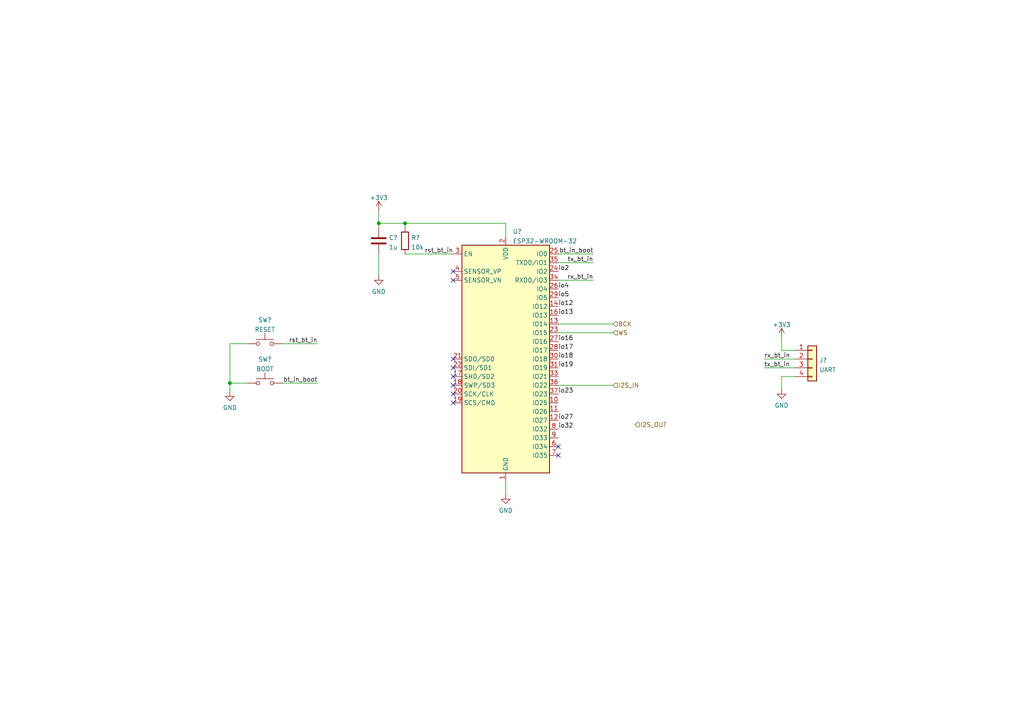
<source format=kicad_sch>
(kicad_sch (version 20211123) (generator eeschema)
  (paper "A4")
  (lib_symbols
    (symbol "Connector_Generic:Conn_01x04" (pin_names (offset 1.016) hide)
      (property "Reference" "J" (at 0 5.08 0))
      (property "Value" "Conn_01x04" (at 0 -7.62 0))
      (symbol "Conn_01x04_1_1"
        (rectangle (start -1.27 -4.953) (end 0 -5.207) (stroke (width 0.1524)))
        (rectangle (start -1.27 -2.413) (end 0 -2.667) (stroke (width 0.1524)))
        (rectangle (start -1.27 0.127) (end 0 -0.127) (stroke (width 0.1524)))
        (rectangle (start -1.27 2.667) (end 0 2.413) (stroke (width 0.1524)))
        (rectangle (start -1.27 3.81) (end 1.27 -6.35) (stroke (width 0.254)) (fill (type background)))
        (pin passive line (at -5.08 2.54 0) (length 3.81) (name "Pin_1") (number "1"))
        (pin passive line (at -5.08 0 0) (length 3.81) (name "Pin_2") (number "2"))
        (pin passive line (at -5.08 -2.54 0) (length 3.81) (name "Pin_3") (number "3"))
        (pin passive line (at -5.08 -5.08 0) (length 3.81) (name "Pin_4") (number "4"))
      )
    )
    (symbol "Device:C" (pin_numbers hide) (pin_names (offset 0.254))
      (property "Reference" "C" (at 0.635 2.54 0))
      (property "Value" "C" (at 0.635 -2.54 0))
      (symbol "C_0_1"
        (polyline (pts (xy -2.032 -0.762) (xy 2.032 -0.762)) (stroke (width 0.508)))
        (polyline (pts (xy -2.032 0.762) (xy 2.032 0.762)) (stroke (width 0.508)))
      )
      (symbol "C_1_1"
        (pin passive line (at 0 3.81 270) (length 2.794) (name "~") (number "1"))
        (pin passive line (at 0 -3.81 90) (length 2.794) (name "~") (number "2"))
      )
    )
    (symbol "Device:R" (pin_numbers hide) (pin_names (offset 0))
      (property "Reference" "R" (at 2.032 0 90))
      (property "Value" "R" (at 0 0 90))
      (symbol "R_0_1"
        (rectangle (start -1.016 -2.54) (end 1.016 2.54) (stroke (width 0.254)))
      )
      (symbol "R_1_1"
        (pin passive line (at 0 3.81 270) (length 1.27) (name "~") (number "1"))
        (pin passive line (at 0 -3.81 90) (length 1.27) (name "~") (number "2"))
      )
    )
    (symbol "RF_Module:ESP32-WROOM-32"
      (property "Reference" "U" (at -12.7 34.29 0))
      (property "Value" "ESP32-WROOM-32" (at 1.27 34.29 0))
      (symbol "ESP32-WROOM-32_0_1"
        (rectangle (start -12.7 33.02) (end 12.7 -33.02) (stroke (width 0.254)) (fill (type background)))
      )
      (symbol "ESP32-WROOM-32_1_1"
        (pin power_in line (at 0 -35.56 90) (length 2.54) (name "GND") (number "1"))
        (pin bidirectional line (at 15.24 -12.7 180) (length 2.54) (name "IO25") (number "10"))
        (pin bidirectional line (at 15.24 -15.24 180) (length 2.54) (name "IO26") (number "11"))
        (pin bidirectional line (at 15.24 -17.78 180) (length 2.54) (name "IO27") (number "12"))
        (pin bidirectional line (at 15.24 10.16 180) (length 2.54) (name "IO14") (number "13"))
        (pin bidirectional line (at 15.24 15.24 180) (length 2.54) (name "IO12") (number "14"))
        (pin passive line (at 0 -35.56 90) (length 2.54) hide (name "GND") (number "15"))
        (pin bidirectional line (at 15.24 12.7 180) (length 2.54) (name "IO13") (number "16"))
        (pin bidirectional line (at -15.24 -5.08 0) (length 2.54) (name "SHD/SD2") (number "17"))
        (pin bidirectional line (at -15.24 -7.62 0) (length 2.54) (name "SWP/SD3") (number "18"))
        (pin bidirectional line (at -15.24 -12.7 0) (length 2.54) (name "SCS/CMD") (number "19"))
        (pin power_in line (at 0 35.56 270) (length 2.54) (name "VDD") (number "2"))
        (pin bidirectional line (at -15.24 -10.16 0) (length 2.54) (name "SCK/CLK") (number "20"))
        (pin bidirectional line (at -15.24 0 0) (length 2.54) (name "SDO/SD0") (number "21"))
        (pin bidirectional line (at -15.24 -2.54 0) (length 2.54) (name "SDI/SD1") (number "22"))
        (pin bidirectional line (at 15.24 7.62 180) (length 2.54) (name "IO15") (number "23"))
        (pin bidirectional line (at 15.24 25.4 180) (length 2.54) (name "IO2") (number "24"))
        (pin bidirectional line (at 15.24 30.48 180) (length 2.54) (name "IO0") (number "25"))
        (pin bidirectional line (at 15.24 20.32 180) (length 2.54) (name "IO4") (number "26"))
        (pin bidirectional line (at 15.24 5.08 180) (length 2.54) (name "IO16") (number "27"))
        (pin bidirectional line (at 15.24 2.54 180) (length 2.54) (name "IO17") (number "28"))
        (pin bidirectional line (at 15.24 17.78 180) (length 2.54) (name "IO5") (number "29"))
        (pin input line (at -15.24 30.48 0) (length 2.54) (name "EN") (number "3"))
        (pin bidirectional line (at 15.24 0 180) (length 2.54) (name "IO18") (number "30"))
        (pin bidirectional line (at 15.24 -2.54 180) (length 2.54) (name "IO19") (number "31"))
        (pin no_connect line (at -12.7 -27.94 0) (length 2.54) hide (name "NC") (number "32"))
        (pin bidirectional line (at 15.24 -5.08 180) (length 2.54) (name "IO21") (number "33"))
        (pin bidirectional line (at 15.24 22.86 180) (length 2.54) (name "RXD0/IO3") (number "34"))
        (pin bidirectional line (at 15.24 27.94 180) (length 2.54) (name "TXD0/IO1") (number "35"))
        (pin bidirectional line (at 15.24 -7.62 180) (length 2.54) (name "IO22") (number "36"))
        (pin bidirectional line (at 15.24 -10.16 180) (length 2.54) (name "IO23") (number "37"))
        (pin passive line (at 0 -35.56 90) (length 2.54) hide (name "GND") (number "38"))
        (pin passive line (at 0 -35.56 90) (length 2.54) hide (name "GND") (number "39"))
        (pin input line (at -15.24 25.4 0) (length 2.54) (name "SENSOR_VP") (number "4"))
        (pin input line (at -15.24 22.86 0) (length 2.54) (name "SENSOR_VN") (number "5"))
        (pin input line (at 15.24 -25.4 180) (length 2.54) (name "IO34") (number "6"))
        (pin input line (at 15.24 -27.94 180) (length 2.54) (name "IO35") (number "7"))
        (pin bidirectional line (at 15.24 -20.32 180) (length 2.54) (name "IO32") (number "8"))
        (pin bidirectional line (at 15.24 -22.86 180) (length 2.54) (name "IO33") (number "9"))
      )
    )
    (symbol "Switch:SW_Push" (pin_numbers hide) (pin_names (offset 1.016) hide)
      (property "Reference" "SW" (at 1.27 2.54 0))
      (property "Value" "SW_Push" (at 0 -1.524 0))
      (symbol "SW_Push_0_1"
        (circle (center -2.032 0) (radius 0.508))
        (polyline (pts (xy 0 1.27) (xy 0 3.048)))
        (polyline (pts (xy 2.54 1.27) (xy -2.54 1.27)))
        (circle (center 2.032 0) (radius 0.508))
        (pin passive line (at -5.08 0 0) (length 2.54) (name "1") (number "1"))
        (pin passive line (at 5.08 0 180) (length 2.54) (name "2") (number "2"))
      )
    )
    (symbol "power:+3.3V" (power) (pin_names (offset 0))
      (property "Value" "+3.3V" (at 0 3.556 0))
      (symbol "+3.3V_0_1"
        (polyline (pts (xy -0.762 1.27) (xy 0 2.54)))
        (polyline (pts (xy 0 0) (xy 0 2.54)))
        (polyline (pts (xy 0 2.54) (xy 0.762 1.27)))
      )
      (symbol "+3.3V_1_1"
        (pin power_in line (at 0 0 90) (length 0) hide (name "+3V3") (number "1"))
      )
    )
    (symbol "power:GND" (power) (pin_names (offset 0))
      (property "Value" "GND" (at 0 -3.81 0))
      (symbol "GND_0_1"
        (polyline (pts (xy 0 0) (xy 0 -1.27) (xy 1.27 -1.27) (xy 0 -2.54) (xy -1.27 -1.27) (xy 0 -1.27)))
      )
      (symbol "GND_1_1"
        (pin power_in line (at 0 0 270) (length 0) hide (name "GND") (number "1"))
      )
    )
  )
  (junction (at 109.855 64.77))
  (junction (at 117.475 64.77))
  (junction (at 66.675 111.125))
  (no_connect (at 131.445 104.14))
  (no_connect (at 131.445 111.76))
  (no_connect (at 161.925 132.08))
  (no_connect (at 131.445 106.68))
  (no_connect (at 131.445 114.3))
  (no_connect (at 131.445 78.74))
  (no_connect (at 131.445 109.22))
  (no_connect (at 131.445 116.84))
  (no_connect (at 161.925 129.54))
  (no_connect (at 131.445 81.28))
  (wire (pts (xy 161.925 73.66) (xy 172.085 73.66)))
  (wire (pts (xy 161.925 81.28) (xy 172.085 81.28)))
  (wire (pts (xy 131.445 73.66) (xy 117.475 73.66)))
  (wire (pts (xy 66.675 113.665) (xy 66.675 111.125)))
  (wire (pts (xy 226.695 97.79) (xy 226.695 101.6)))
  (wire (pts (xy 66.675 111.125) (xy 66.675 99.695)))
  (wire (pts (xy 109.855 64.77) (xy 109.855 66.04)))
  (wire (pts (xy 161.925 76.2) (xy 172.085 76.2)))
  (wire (pts (xy 221.615 104.14) (xy 230.505 104.14)))
  (wire (pts (xy 117.475 64.77) (xy 117.475 66.04)))
  (wire (pts (xy 92.075 99.695) (xy 81.915 99.695)))
  (wire (pts (xy 66.675 111.125) (xy 71.755 111.125)))
  (wire (pts (xy 81.915 111.125) (xy 92.075 111.125)))
  (wire (pts (xy 177.8 96.52) (xy 161.925 96.52)))
  (wire (pts (xy 226.695 101.6) (xy 230.505 101.6)))
  (wire (pts (xy 177.8 93.98) (xy 161.925 93.98)))
  (wire (pts (xy 221.615 106.68) (xy 230.505 106.68)))
  (wire (pts (xy 177.8 111.76) (xy 161.925 111.76)))
  (wire (pts (xy 109.855 64.77) (xy 117.475 64.77)))
  (wire (pts (xy 226.695 109.22) (xy 226.695 113.03)))
  (wire (pts (xy 109.855 73.66) (xy 109.855 80.01)))
  (wire (pts (xy 146.685 139.7) (xy 146.685 143.51)))
  (wire (pts (xy 146.685 64.77) (xy 146.685 68.58)))
  (wire (pts (xy 66.675 99.695) (xy 71.755 99.695)))
  (wire (pts (xy 226.695 109.22) (xy 230.505 109.22)))
  (wire (pts (xy 109.855 60.96) (xy 109.855 64.77)))
  (wire (pts (xy 117.475 64.77) (xy 146.685 64.77)))
  (label "io16" (at 161.925 99.06 0))
  (label "tx_bt_in" (at 172.085 76.2 180))
  (label "rx_bt_in" (at 172.085 81.28 180))
  (label "io19" (at 161.925 106.68 0))
  (label "io27" (at 161.925 121.92 0))
  (label "io18" (at 161.925 104.14 0))
  (label "io4" (at 161.925 83.82 0))
  (label "bt_in_boot" (at 92.075 111.125 180))
  (label "io5" (at 161.925 86.36 0))
  (label "io32" (at 161.925 124.46 0))
  (label "tx_bt_in" (at 221.615 106.68 0))
  (label "io13" (at 161.925 91.44 0))
  (label "io2" (at 161.925 78.74 0))
  (label "io17" (at 161.925 101.6 0))
  (label "rx_bt_in" (at 221.615 104.14 0))
  (label "bt_in_boot" (at 172.085 73.66 180))
  (label "rst_bt_in" (at 131.445 73.66 180))
  (label "io12" (at 161.925 88.9 0))
  (label "rst_bt_in" (at 92.075 99.695 180))
  (label "io23" (at 161.925 114.3 0))
  (hierarchical_label "I2S_IN" (shape input) (at 177.8 111.76 0))
  (hierarchical_label "BCK" (shape input) (at 177.8 93.98 0))
  (hierarchical_label "WS" (shape input) (at 177.8 96.52 0))
  (hierarchical_label "I2S_OUT" (shape input) (at 184.15 123.19 0))
  (symbol (lib_id "power:+3.3V") (at 109.855 60.96 0) (unit 1)
    (property "Reference" "#PWR?" (effects hide))
    (property "Value" "+3.3V" (at 109.855 57.3555 0))
  )
  (symbol (lib_id "power:GND") (at 226.695 113.03 0) (unit 1)
    (property "Reference" "#PWR?" (effects hide))
    (property "Value" "GND" (at 226.695 117.5925 0))
  )
  (symbol (lib_id "Device:R") (at 117.475 69.85 180) (unit 1)
    (property "Reference" "R?" (at 119.253 68.9415 0) (effects (justify right)))
    (property "Value" "10k" (at 119.253 71.7166 0) (effects (justify right)))
    (property "Footprint" "Resistor_SMD:R_0603_1608Metric" (effects hide))
  )
  (symbol (lib_id "Device:C") (at 109.855 69.85 0) (unit 1)
    (property "Reference" "C?" (at 112.776 68.9415 0) (effects (justify left)))
    (property "Value" "1u" (at 112.776 71.7166 0) (effects (justify left)))
    (property "Footprint" "Capacitor_SMD:C_0805_2012Metric" (effects hide))
  )
  (symbol (lib_id "Connector_Generic:Conn_01x04") (at 235.585 104.14 0) (unit 1)
    (property "Reference" "J?" (at 237.617 104.5015 0) (effects (justify left)))
    (property "Value" "UART" (at 237.617 107.2766 0) (effects (justify left)))
    (property "Footprint" "Connector_PinHeader_2.54mm:PinHeader_1x04_P2.54mm_Horizontal" (effects hide))
  )
  (symbol (lib_id "Switch:SW_Push") (at 76.835 99.695 0) (unit 1)
    (property "Reference" "SW?" (at 76.835 92.8075 0))
    (property "Value" "RESET" (at 76.835 95.5826 0))
    (property "Footprint" "Button_Switch_SMD:SW_SPST_CK_RS282G05A3" (effects hide))
  )
  (symbol (lib_id "power:GND") (at 146.685 143.51 0) (unit 1)
    (property "Reference" "#PWR?" (effects hide))
    (property "Value" "GND" (at 146.685 148.0725 0))
  )
  (symbol (lib_id "power:GND") (at 109.855 80.01 0) (unit 1)
    (property "Reference" "#PWR?" (effects hide))
    (property "Value" "GND" (at 109.855 84.5725 0))
  )
  (symbol (lib_id "power:GND") (at 66.675 113.665 0) (unit 1)
    (property "Reference" "#PWR?" (effects hide))
    (property "Value" "GND" (at 66.675 118.2275 0))
  )
  (symbol (lib_id "Switch:SW_Push") (at 76.835 111.125 0) (unit 1)
    (property "Reference" "SW?" (at 76.835 104.2375 0))
    (property "Value" "BOOT" (at 76.835 107.0126 0))
    (property "Footprint" "Button_Switch_SMD:SW_SPST_CK_RS282G05A3" (effects hide))
  )
  (symbol (lib_id "power:+3.3V") (at 226.695 97.79 0) (unit 1)
    (property "Reference" "#PWR?" (effects hide))
    (property "Value" "+3.3V" (at 226.695 94.1855 0))
  )
  (symbol (lib_id "RF_Module:ESP32-WROOM-32") (at 146.685 104.14 0) (unit 1)
    (property "Reference" "U?" (at 148.7044 67.1535 0) (effects (justify left)))
    (property "Value" "ESP32-WROOM-32" (at 148.7044 69.9286 0) (effects (justify left)))
    (property "Footprint" "RF_Module:ESP32-WROOM-32" (effects hide))
    (property "Datasheet" "https://www.espressif.com/sites/default/files/documentation/esp32-wroom-32_datasheet_en.pdf" (effects hide))
  )
)
</source>
